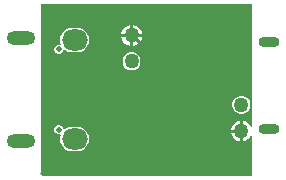
<source format=gbr>
%TF.GenerationSoftware,Altium Limited,Altium Designer,22.10.1 (41)*%
G04 Layer_Physical_Order=2*
G04 Layer_Color=16711680*
%FSLAX45Y45*%
%MOMM*%
%TF.SameCoordinates,7C4CEE53-0205-4E42-98F0-91463D168F18*%
%TF.FilePolarity,Positive*%
%TF.FileFunction,Copper,L2,Bot,Signal*%
%TF.Part,Single*%
G01*
G75*
%TA.AperFunction,Conductor*%
%ADD17C,0.25400*%
%TA.AperFunction,ComponentPad*%
%ADD20O,2.20000X1.80000*%
%ADD21O,2.40000X1.20000*%
%ADD22C,0.50002*%
%ADD23O,1.80000X0.90000*%
%TA.AperFunction,ViaPad*%
%ADD24C,1.27000*%
G36*
X2263140Y1572260D02*
Y542522D01*
X2250440Y539939D01*
X2240298Y557506D01*
X2223746Y574058D01*
X2203474Y585762D01*
X2181860Y591553D01*
Y502920D01*
Y414287D01*
X2203474Y420078D01*
X2223746Y431782D01*
X2240298Y448334D01*
X2250440Y465901D01*
X2263140Y463318D01*
Y124460D01*
X492760D01*
X467360Y149860D01*
X474980Y157480D01*
Y1574800D01*
X2260600D01*
X2263140Y1572260D01*
D02*
G37*
%LPC*%
G36*
X1254760Y1401813D02*
Y1325880D01*
X1330693D01*
X1324902Y1347494D01*
X1313198Y1367766D01*
X1296646Y1384318D01*
X1276374Y1396022D01*
X1254760Y1401813D01*
D02*
G37*
G36*
X1229360D02*
X1207746Y1396022D01*
X1187474Y1384318D01*
X1170922Y1367766D01*
X1159218Y1347494D01*
X1153427Y1325880D01*
X1229360D01*
Y1401813D01*
D02*
G37*
G36*
X1330693Y1300480D02*
X1254760D01*
Y1224547D01*
X1276374Y1230338D01*
X1296646Y1242042D01*
X1313198Y1258594D01*
X1324902Y1278866D01*
X1330693Y1300480D01*
D02*
G37*
G36*
X1229360D02*
X1153427D01*
X1159218Y1278866D01*
X1170922Y1258594D01*
X1187474Y1242042D01*
X1207746Y1230338D01*
X1229360Y1224547D01*
Y1300480D01*
D02*
G37*
G36*
X776408Y1376169D02*
X736408D01*
X709781Y1372664D01*
X684968Y1362386D01*
X663661Y1346036D01*
X647312Y1324729D01*
X637034Y1299917D01*
X633528Y1273289D01*
X637034Y1246662D01*
X639199Y1241436D01*
X633752Y1234819D01*
X629698Y1231185D01*
X616040D01*
X602440Y1225552D01*
X592032Y1215143D01*
X586399Y1201543D01*
Y1186824D01*
X592032Y1173224D01*
X602440Y1162815D01*
X616040Y1157182D01*
X630760D01*
X644359Y1162815D01*
X654768Y1173224D01*
X660401Y1186824D01*
Y1187035D01*
X673101Y1193299D01*
X684968Y1184193D01*
X709781Y1173915D01*
X736408Y1170409D01*
X776408D01*
X803035Y1173915D01*
X827848Y1184193D01*
X849155Y1200542D01*
X865505Y1221849D01*
X875783Y1246662D01*
X879288Y1273289D01*
X875783Y1299917D01*
X865505Y1324729D01*
X849155Y1346036D01*
X827848Y1362386D01*
X803035Y1372664D01*
X776408Y1376169D01*
D02*
G37*
G36*
X1249460Y1167700D02*
X1229580D01*
X1210378Y1162555D01*
X1193162Y1152615D01*
X1179105Y1138558D01*
X1169165Y1121342D01*
X1164020Y1102140D01*
Y1082260D01*
X1169165Y1063058D01*
X1179105Y1045842D01*
X1193162Y1031785D01*
X1210378Y1021845D01*
X1229580Y1016700D01*
X1249460D01*
X1268662Y1021845D01*
X1285878Y1031785D01*
X1299935Y1045842D01*
X1309875Y1063058D01*
X1315020Y1082260D01*
Y1102140D01*
X1309875Y1121342D01*
X1299935Y1138558D01*
X1285878Y1152615D01*
X1268662Y1162555D01*
X1249460Y1167700D01*
D02*
G37*
G36*
X2179100Y799400D02*
X2159220D01*
X2140018Y794255D01*
X2122802Y784315D01*
X2108745Y770258D01*
X2098805Y753042D01*
X2093660Y733840D01*
Y713960D01*
X2098805Y694758D01*
X2108745Y677542D01*
X2122802Y663485D01*
X2140018Y653545D01*
X2159220Y648400D01*
X2179100D01*
X2198302Y653545D01*
X2215518Y663485D01*
X2229575Y677542D01*
X2239515Y694758D01*
X2244660Y713960D01*
Y733840D01*
X2239515Y753042D01*
X2229575Y770258D01*
X2215518Y784315D01*
X2198302Y794255D01*
X2179100Y799400D01*
D02*
G37*
G36*
X2156460Y591553D02*
X2134846Y585762D01*
X2114574Y574058D01*
X2098022Y557506D01*
X2086318Y537234D01*
X2080527Y515620D01*
X2156460D01*
Y591553D01*
D02*
G37*
G36*
Y490220D02*
X2080527D01*
X2086318Y468606D01*
X2098022Y448334D01*
X2114574Y431782D01*
X2134846Y420078D01*
X2156460Y414287D01*
Y490220D01*
D02*
G37*
G36*
X630760Y551176D02*
X616040D01*
X602440Y545543D01*
X592032Y535134D01*
X586399Y521535D01*
Y506815D01*
X592032Y493215D01*
X602440Y482807D01*
X616040Y477174D01*
X629700D01*
X633749Y473543D01*
X639201Y466923D01*
X637044Y461717D01*
X633538Y435089D01*
X637044Y408462D01*
X647322Y383649D01*
X663671Y362342D01*
X684978Y345993D01*
X709791Y335715D01*
X736418Y332209D01*
X776418D01*
X803046Y335715D01*
X827858Y345993D01*
X849165Y362342D01*
X865515Y383649D01*
X875793Y408462D01*
X879298Y435089D01*
X875793Y461717D01*
X865515Y486529D01*
X849165Y507836D01*
X827858Y524186D01*
X803046Y534464D01*
X776418Y537969D01*
X736418D01*
X709791Y534464D01*
X684978Y524186D01*
X673101Y515072D01*
X660401Y521335D01*
Y521535D01*
X654768Y535134D01*
X644359Y545543D01*
X630760Y551176D01*
D02*
G37*
%LPD*%
D17*
X1639130Y880550D02*
Y916110D01*
X1242060Y1313180D02*
X1639130Y916110D01*
Y880550D02*
X2016760Y502920D01*
X2169160D01*
D20*
X756418Y435089D02*
D03*
X756408Y1273289D02*
D03*
D21*
X303414Y1286200D02*
D03*
Y422173D02*
D03*
D22*
X623400Y514175D02*
D03*
Y1194184D02*
D03*
D23*
X2404956Y517502D02*
D03*
X2404999Y1257500D02*
D03*
D24*
X1242060Y1313180D02*
D03*
X1239520Y1092200D02*
D03*
X2169160Y502920D02*
D03*
Y723900D02*
D03*
%TF.MD5,e73feb68c10ba7eb46be05738c5e198d*%
M02*

</source>
